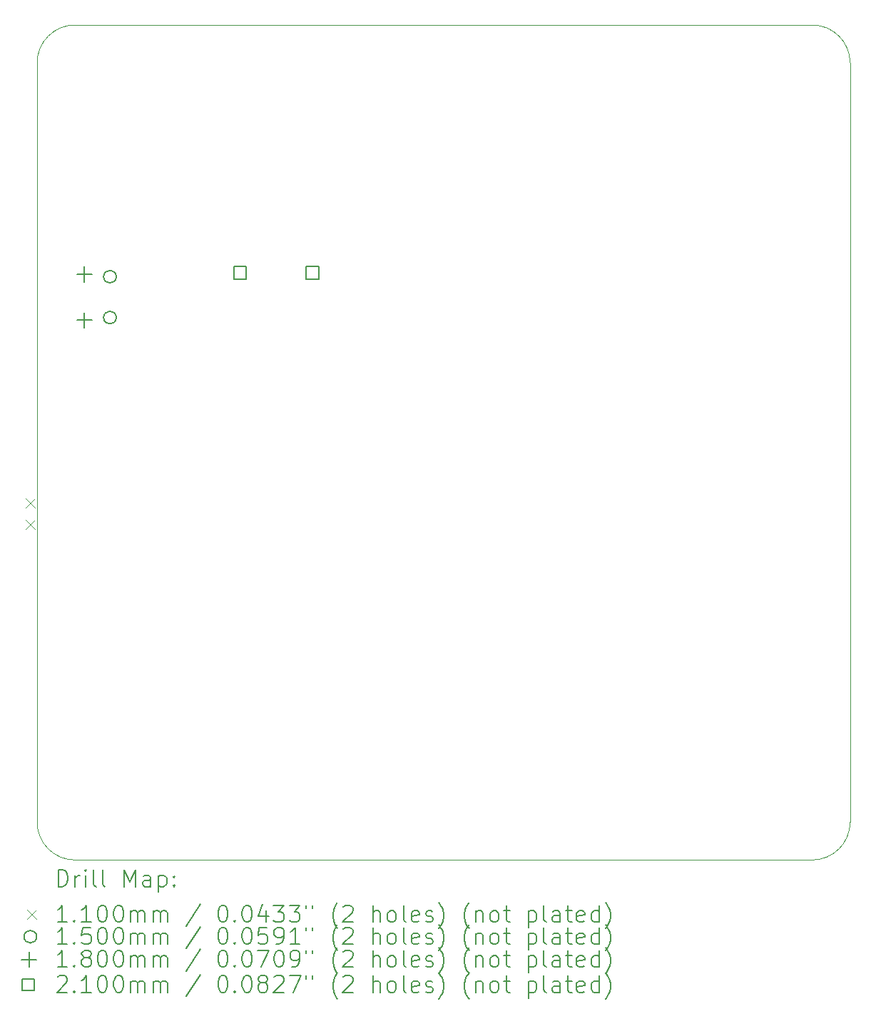
<source format=gbr>
%TF.GenerationSoftware,KiCad,Pcbnew,(6.0.9)*%
%TF.CreationDate,2022-12-28T04:29:12+03:00*%
%TF.ProjectId,v3,76332e6b-6963-4616-945f-706362585858,rev?*%
%TF.SameCoordinates,Original*%
%TF.FileFunction,Drillmap*%
%TF.FilePolarity,Positive*%
%FSLAX45Y45*%
G04 Gerber Fmt 4.5, Leading zero omitted, Abs format (unit mm)*
G04 Created by KiCad (PCBNEW (6.0.9)) date 2022-12-28 04:29:12*
%MOMM*%
%LPD*%
G01*
G04 APERTURE LIST*
%ADD10C,0.100000*%
%ADD11C,0.200000*%
%ADD12C,0.110000*%
%ADD13C,0.150000*%
%ADD14C,0.180000*%
%ADD15C,0.210000*%
G04 APERTURE END LIST*
D10*
X12250000Y-14650000D02*
X21000000Y-14650000D01*
X11800000Y-5200000D02*
X11800000Y-14200000D01*
X21450000Y-5200000D02*
G75*
G03*
X21000000Y-4750000I-450000J0D01*
G01*
X21450000Y-14200000D02*
X21450000Y-5200000D01*
X21000000Y-14650000D02*
G75*
G03*
X21450000Y-14200000I0J450000D01*
G01*
X12250000Y-4750000D02*
G75*
G03*
X11800000Y-5200000I0J-450000D01*
G01*
X12250000Y-4750000D02*
X21000000Y-4750000D01*
X11800000Y-14200000D02*
G75*
G03*
X12250000Y-14650000I450000J0D01*
G01*
D11*
D12*
X11666000Y-10363000D02*
X11776000Y-10473000D01*
X11776000Y-10363000D02*
X11666000Y-10473000D01*
X11666000Y-10617000D02*
X11776000Y-10727000D01*
X11776000Y-10617000D02*
X11666000Y-10727000D01*
D13*
X12739500Y-7734000D02*
G75*
G03*
X12739500Y-7734000I-75000J0D01*
G01*
X12739500Y-8219000D02*
G75*
G03*
X12739500Y-8219000I-75000J0D01*
G01*
D14*
X12361500Y-7614000D02*
X12361500Y-7794000D01*
X12271500Y-7704000D02*
X12451500Y-7704000D01*
X12361500Y-8159000D02*
X12361500Y-8339000D01*
X12271500Y-8249000D02*
X12451500Y-8249000D01*
D15*
X14284247Y-7764247D02*
X14284247Y-7615753D01*
X14135753Y-7615753D01*
X14135753Y-7764247D01*
X14284247Y-7764247D01*
X15144247Y-7764247D02*
X15144247Y-7615753D01*
X14995753Y-7615753D01*
X14995753Y-7764247D01*
X15144247Y-7764247D01*
D11*
X12052619Y-14965476D02*
X12052619Y-14765476D01*
X12100238Y-14765476D01*
X12128809Y-14775000D01*
X12147857Y-14794048D01*
X12157381Y-14813095D01*
X12166905Y-14851190D01*
X12166905Y-14879762D01*
X12157381Y-14917857D01*
X12147857Y-14936905D01*
X12128809Y-14955952D01*
X12100238Y-14965476D01*
X12052619Y-14965476D01*
X12252619Y-14965476D02*
X12252619Y-14832143D01*
X12252619Y-14870238D02*
X12262143Y-14851190D01*
X12271667Y-14841667D01*
X12290714Y-14832143D01*
X12309762Y-14832143D01*
X12376428Y-14965476D02*
X12376428Y-14832143D01*
X12376428Y-14765476D02*
X12366905Y-14775000D01*
X12376428Y-14784524D01*
X12385952Y-14775000D01*
X12376428Y-14765476D01*
X12376428Y-14784524D01*
X12500238Y-14965476D02*
X12481190Y-14955952D01*
X12471667Y-14936905D01*
X12471667Y-14765476D01*
X12605000Y-14965476D02*
X12585952Y-14955952D01*
X12576428Y-14936905D01*
X12576428Y-14765476D01*
X12833571Y-14965476D02*
X12833571Y-14765476D01*
X12900238Y-14908333D01*
X12966905Y-14765476D01*
X12966905Y-14965476D01*
X13147857Y-14965476D02*
X13147857Y-14860714D01*
X13138333Y-14841667D01*
X13119286Y-14832143D01*
X13081190Y-14832143D01*
X13062143Y-14841667D01*
X13147857Y-14955952D02*
X13128809Y-14965476D01*
X13081190Y-14965476D01*
X13062143Y-14955952D01*
X13052619Y-14936905D01*
X13052619Y-14917857D01*
X13062143Y-14898809D01*
X13081190Y-14889286D01*
X13128809Y-14889286D01*
X13147857Y-14879762D01*
X13243095Y-14832143D02*
X13243095Y-15032143D01*
X13243095Y-14841667D02*
X13262143Y-14832143D01*
X13300238Y-14832143D01*
X13319286Y-14841667D01*
X13328809Y-14851190D01*
X13338333Y-14870238D01*
X13338333Y-14927381D01*
X13328809Y-14946428D01*
X13319286Y-14955952D01*
X13300238Y-14965476D01*
X13262143Y-14965476D01*
X13243095Y-14955952D01*
X13424048Y-14946428D02*
X13433571Y-14955952D01*
X13424048Y-14965476D01*
X13414524Y-14955952D01*
X13424048Y-14946428D01*
X13424048Y-14965476D01*
X13424048Y-14841667D02*
X13433571Y-14851190D01*
X13424048Y-14860714D01*
X13414524Y-14851190D01*
X13424048Y-14841667D01*
X13424048Y-14860714D01*
D12*
X11685000Y-15240000D02*
X11795000Y-15350000D01*
X11795000Y-15240000D02*
X11685000Y-15350000D01*
D11*
X12157381Y-15385476D02*
X12043095Y-15385476D01*
X12100238Y-15385476D02*
X12100238Y-15185476D01*
X12081190Y-15214048D01*
X12062143Y-15233095D01*
X12043095Y-15242619D01*
X12243095Y-15366428D02*
X12252619Y-15375952D01*
X12243095Y-15385476D01*
X12233571Y-15375952D01*
X12243095Y-15366428D01*
X12243095Y-15385476D01*
X12443095Y-15385476D02*
X12328809Y-15385476D01*
X12385952Y-15385476D02*
X12385952Y-15185476D01*
X12366905Y-15214048D01*
X12347857Y-15233095D01*
X12328809Y-15242619D01*
X12566905Y-15185476D02*
X12585952Y-15185476D01*
X12605000Y-15195000D01*
X12614524Y-15204524D01*
X12624048Y-15223571D01*
X12633571Y-15261667D01*
X12633571Y-15309286D01*
X12624048Y-15347381D01*
X12614524Y-15366428D01*
X12605000Y-15375952D01*
X12585952Y-15385476D01*
X12566905Y-15385476D01*
X12547857Y-15375952D01*
X12538333Y-15366428D01*
X12528809Y-15347381D01*
X12519286Y-15309286D01*
X12519286Y-15261667D01*
X12528809Y-15223571D01*
X12538333Y-15204524D01*
X12547857Y-15195000D01*
X12566905Y-15185476D01*
X12757381Y-15185476D02*
X12776428Y-15185476D01*
X12795476Y-15195000D01*
X12805000Y-15204524D01*
X12814524Y-15223571D01*
X12824048Y-15261667D01*
X12824048Y-15309286D01*
X12814524Y-15347381D01*
X12805000Y-15366428D01*
X12795476Y-15375952D01*
X12776428Y-15385476D01*
X12757381Y-15385476D01*
X12738333Y-15375952D01*
X12728809Y-15366428D01*
X12719286Y-15347381D01*
X12709762Y-15309286D01*
X12709762Y-15261667D01*
X12719286Y-15223571D01*
X12728809Y-15204524D01*
X12738333Y-15195000D01*
X12757381Y-15185476D01*
X12909762Y-15385476D02*
X12909762Y-15252143D01*
X12909762Y-15271190D02*
X12919286Y-15261667D01*
X12938333Y-15252143D01*
X12966905Y-15252143D01*
X12985952Y-15261667D01*
X12995476Y-15280714D01*
X12995476Y-15385476D01*
X12995476Y-15280714D02*
X13005000Y-15261667D01*
X13024048Y-15252143D01*
X13052619Y-15252143D01*
X13071667Y-15261667D01*
X13081190Y-15280714D01*
X13081190Y-15385476D01*
X13176428Y-15385476D02*
X13176428Y-15252143D01*
X13176428Y-15271190D02*
X13185952Y-15261667D01*
X13205000Y-15252143D01*
X13233571Y-15252143D01*
X13252619Y-15261667D01*
X13262143Y-15280714D01*
X13262143Y-15385476D01*
X13262143Y-15280714D02*
X13271667Y-15261667D01*
X13290714Y-15252143D01*
X13319286Y-15252143D01*
X13338333Y-15261667D01*
X13347857Y-15280714D01*
X13347857Y-15385476D01*
X13738333Y-15175952D02*
X13566905Y-15433095D01*
X13995476Y-15185476D02*
X14014524Y-15185476D01*
X14033571Y-15195000D01*
X14043095Y-15204524D01*
X14052619Y-15223571D01*
X14062143Y-15261667D01*
X14062143Y-15309286D01*
X14052619Y-15347381D01*
X14043095Y-15366428D01*
X14033571Y-15375952D01*
X14014524Y-15385476D01*
X13995476Y-15385476D01*
X13976428Y-15375952D01*
X13966905Y-15366428D01*
X13957381Y-15347381D01*
X13947857Y-15309286D01*
X13947857Y-15261667D01*
X13957381Y-15223571D01*
X13966905Y-15204524D01*
X13976428Y-15195000D01*
X13995476Y-15185476D01*
X14147857Y-15366428D02*
X14157381Y-15375952D01*
X14147857Y-15385476D01*
X14138333Y-15375952D01*
X14147857Y-15366428D01*
X14147857Y-15385476D01*
X14281190Y-15185476D02*
X14300238Y-15185476D01*
X14319286Y-15195000D01*
X14328809Y-15204524D01*
X14338333Y-15223571D01*
X14347857Y-15261667D01*
X14347857Y-15309286D01*
X14338333Y-15347381D01*
X14328809Y-15366428D01*
X14319286Y-15375952D01*
X14300238Y-15385476D01*
X14281190Y-15385476D01*
X14262143Y-15375952D01*
X14252619Y-15366428D01*
X14243095Y-15347381D01*
X14233571Y-15309286D01*
X14233571Y-15261667D01*
X14243095Y-15223571D01*
X14252619Y-15204524D01*
X14262143Y-15195000D01*
X14281190Y-15185476D01*
X14519286Y-15252143D02*
X14519286Y-15385476D01*
X14471667Y-15175952D02*
X14424048Y-15318809D01*
X14547857Y-15318809D01*
X14605000Y-15185476D02*
X14728809Y-15185476D01*
X14662143Y-15261667D01*
X14690714Y-15261667D01*
X14709762Y-15271190D01*
X14719286Y-15280714D01*
X14728809Y-15299762D01*
X14728809Y-15347381D01*
X14719286Y-15366428D01*
X14709762Y-15375952D01*
X14690714Y-15385476D01*
X14633571Y-15385476D01*
X14614524Y-15375952D01*
X14605000Y-15366428D01*
X14795476Y-15185476D02*
X14919286Y-15185476D01*
X14852619Y-15261667D01*
X14881190Y-15261667D01*
X14900238Y-15271190D01*
X14909762Y-15280714D01*
X14919286Y-15299762D01*
X14919286Y-15347381D01*
X14909762Y-15366428D01*
X14900238Y-15375952D01*
X14881190Y-15385476D01*
X14824048Y-15385476D01*
X14805000Y-15375952D01*
X14795476Y-15366428D01*
X14995476Y-15185476D02*
X14995476Y-15223571D01*
X15071667Y-15185476D02*
X15071667Y-15223571D01*
X15366905Y-15461667D02*
X15357381Y-15452143D01*
X15338333Y-15423571D01*
X15328809Y-15404524D01*
X15319286Y-15375952D01*
X15309762Y-15328333D01*
X15309762Y-15290238D01*
X15319286Y-15242619D01*
X15328809Y-15214048D01*
X15338333Y-15195000D01*
X15357381Y-15166428D01*
X15366905Y-15156905D01*
X15433571Y-15204524D02*
X15443095Y-15195000D01*
X15462143Y-15185476D01*
X15509762Y-15185476D01*
X15528809Y-15195000D01*
X15538333Y-15204524D01*
X15547857Y-15223571D01*
X15547857Y-15242619D01*
X15538333Y-15271190D01*
X15424048Y-15385476D01*
X15547857Y-15385476D01*
X15785952Y-15385476D02*
X15785952Y-15185476D01*
X15871667Y-15385476D02*
X15871667Y-15280714D01*
X15862143Y-15261667D01*
X15843095Y-15252143D01*
X15814524Y-15252143D01*
X15795476Y-15261667D01*
X15785952Y-15271190D01*
X15995476Y-15385476D02*
X15976428Y-15375952D01*
X15966905Y-15366428D01*
X15957381Y-15347381D01*
X15957381Y-15290238D01*
X15966905Y-15271190D01*
X15976428Y-15261667D01*
X15995476Y-15252143D01*
X16024048Y-15252143D01*
X16043095Y-15261667D01*
X16052619Y-15271190D01*
X16062143Y-15290238D01*
X16062143Y-15347381D01*
X16052619Y-15366428D01*
X16043095Y-15375952D01*
X16024048Y-15385476D01*
X15995476Y-15385476D01*
X16176428Y-15385476D02*
X16157381Y-15375952D01*
X16147857Y-15356905D01*
X16147857Y-15185476D01*
X16328809Y-15375952D02*
X16309762Y-15385476D01*
X16271667Y-15385476D01*
X16252619Y-15375952D01*
X16243095Y-15356905D01*
X16243095Y-15280714D01*
X16252619Y-15261667D01*
X16271667Y-15252143D01*
X16309762Y-15252143D01*
X16328809Y-15261667D01*
X16338333Y-15280714D01*
X16338333Y-15299762D01*
X16243095Y-15318809D01*
X16414524Y-15375952D02*
X16433571Y-15385476D01*
X16471667Y-15385476D01*
X16490714Y-15375952D01*
X16500238Y-15356905D01*
X16500238Y-15347381D01*
X16490714Y-15328333D01*
X16471667Y-15318809D01*
X16443095Y-15318809D01*
X16424048Y-15309286D01*
X16414524Y-15290238D01*
X16414524Y-15280714D01*
X16424048Y-15261667D01*
X16443095Y-15252143D01*
X16471667Y-15252143D01*
X16490714Y-15261667D01*
X16566905Y-15461667D02*
X16576428Y-15452143D01*
X16595476Y-15423571D01*
X16605000Y-15404524D01*
X16614524Y-15375952D01*
X16624048Y-15328333D01*
X16624048Y-15290238D01*
X16614524Y-15242619D01*
X16605000Y-15214048D01*
X16595476Y-15195000D01*
X16576428Y-15166428D01*
X16566905Y-15156905D01*
X16928810Y-15461667D02*
X16919286Y-15452143D01*
X16900238Y-15423571D01*
X16890714Y-15404524D01*
X16881190Y-15375952D01*
X16871667Y-15328333D01*
X16871667Y-15290238D01*
X16881190Y-15242619D01*
X16890714Y-15214048D01*
X16900238Y-15195000D01*
X16919286Y-15166428D01*
X16928810Y-15156905D01*
X17005000Y-15252143D02*
X17005000Y-15385476D01*
X17005000Y-15271190D02*
X17014524Y-15261667D01*
X17033571Y-15252143D01*
X17062143Y-15252143D01*
X17081190Y-15261667D01*
X17090714Y-15280714D01*
X17090714Y-15385476D01*
X17214524Y-15385476D02*
X17195476Y-15375952D01*
X17185952Y-15366428D01*
X17176429Y-15347381D01*
X17176429Y-15290238D01*
X17185952Y-15271190D01*
X17195476Y-15261667D01*
X17214524Y-15252143D01*
X17243095Y-15252143D01*
X17262143Y-15261667D01*
X17271667Y-15271190D01*
X17281190Y-15290238D01*
X17281190Y-15347381D01*
X17271667Y-15366428D01*
X17262143Y-15375952D01*
X17243095Y-15385476D01*
X17214524Y-15385476D01*
X17338333Y-15252143D02*
X17414524Y-15252143D01*
X17366905Y-15185476D02*
X17366905Y-15356905D01*
X17376429Y-15375952D01*
X17395476Y-15385476D01*
X17414524Y-15385476D01*
X17633571Y-15252143D02*
X17633571Y-15452143D01*
X17633571Y-15261667D02*
X17652619Y-15252143D01*
X17690714Y-15252143D01*
X17709762Y-15261667D01*
X17719286Y-15271190D01*
X17728810Y-15290238D01*
X17728810Y-15347381D01*
X17719286Y-15366428D01*
X17709762Y-15375952D01*
X17690714Y-15385476D01*
X17652619Y-15385476D01*
X17633571Y-15375952D01*
X17843095Y-15385476D02*
X17824048Y-15375952D01*
X17814524Y-15356905D01*
X17814524Y-15185476D01*
X18005000Y-15385476D02*
X18005000Y-15280714D01*
X17995476Y-15261667D01*
X17976429Y-15252143D01*
X17938333Y-15252143D01*
X17919286Y-15261667D01*
X18005000Y-15375952D02*
X17985952Y-15385476D01*
X17938333Y-15385476D01*
X17919286Y-15375952D01*
X17909762Y-15356905D01*
X17909762Y-15337857D01*
X17919286Y-15318809D01*
X17938333Y-15309286D01*
X17985952Y-15309286D01*
X18005000Y-15299762D01*
X18071667Y-15252143D02*
X18147857Y-15252143D01*
X18100238Y-15185476D02*
X18100238Y-15356905D01*
X18109762Y-15375952D01*
X18128810Y-15385476D01*
X18147857Y-15385476D01*
X18290714Y-15375952D02*
X18271667Y-15385476D01*
X18233571Y-15385476D01*
X18214524Y-15375952D01*
X18205000Y-15356905D01*
X18205000Y-15280714D01*
X18214524Y-15261667D01*
X18233571Y-15252143D01*
X18271667Y-15252143D01*
X18290714Y-15261667D01*
X18300238Y-15280714D01*
X18300238Y-15299762D01*
X18205000Y-15318809D01*
X18471667Y-15385476D02*
X18471667Y-15185476D01*
X18471667Y-15375952D02*
X18452619Y-15385476D01*
X18414524Y-15385476D01*
X18395476Y-15375952D01*
X18385952Y-15366428D01*
X18376429Y-15347381D01*
X18376429Y-15290238D01*
X18385952Y-15271190D01*
X18395476Y-15261667D01*
X18414524Y-15252143D01*
X18452619Y-15252143D01*
X18471667Y-15261667D01*
X18547857Y-15461667D02*
X18557381Y-15452143D01*
X18576429Y-15423571D01*
X18585952Y-15404524D01*
X18595476Y-15375952D01*
X18605000Y-15328333D01*
X18605000Y-15290238D01*
X18595476Y-15242619D01*
X18585952Y-15214048D01*
X18576429Y-15195000D01*
X18557381Y-15166428D01*
X18547857Y-15156905D01*
D13*
X11795000Y-15559000D02*
G75*
G03*
X11795000Y-15559000I-75000J0D01*
G01*
D11*
X12157381Y-15649476D02*
X12043095Y-15649476D01*
X12100238Y-15649476D02*
X12100238Y-15449476D01*
X12081190Y-15478048D01*
X12062143Y-15497095D01*
X12043095Y-15506619D01*
X12243095Y-15630428D02*
X12252619Y-15639952D01*
X12243095Y-15649476D01*
X12233571Y-15639952D01*
X12243095Y-15630428D01*
X12243095Y-15649476D01*
X12433571Y-15449476D02*
X12338333Y-15449476D01*
X12328809Y-15544714D01*
X12338333Y-15535190D01*
X12357381Y-15525667D01*
X12405000Y-15525667D01*
X12424048Y-15535190D01*
X12433571Y-15544714D01*
X12443095Y-15563762D01*
X12443095Y-15611381D01*
X12433571Y-15630428D01*
X12424048Y-15639952D01*
X12405000Y-15649476D01*
X12357381Y-15649476D01*
X12338333Y-15639952D01*
X12328809Y-15630428D01*
X12566905Y-15449476D02*
X12585952Y-15449476D01*
X12605000Y-15459000D01*
X12614524Y-15468524D01*
X12624048Y-15487571D01*
X12633571Y-15525667D01*
X12633571Y-15573286D01*
X12624048Y-15611381D01*
X12614524Y-15630428D01*
X12605000Y-15639952D01*
X12585952Y-15649476D01*
X12566905Y-15649476D01*
X12547857Y-15639952D01*
X12538333Y-15630428D01*
X12528809Y-15611381D01*
X12519286Y-15573286D01*
X12519286Y-15525667D01*
X12528809Y-15487571D01*
X12538333Y-15468524D01*
X12547857Y-15459000D01*
X12566905Y-15449476D01*
X12757381Y-15449476D02*
X12776428Y-15449476D01*
X12795476Y-15459000D01*
X12805000Y-15468524D01*
X12814524Y-15487571D01*
X12824048Y-15525667D01*
X12824048Y-15573286D01*
X12814524Y-15611381D01*
X12805000Y-15630428D01*
X12795476Y-15639952D01*
X12776428Y-15649476D01*
X12757381Y-15649476D01*
X12738333Y-15639952D01*
X12728809Y-15630428D01*
X12719286Y-15611381D01*
X12709762Y-15573286D01*
X12709762Y-15525667D01*
X12719286Y-15487571D01*
X12728809Y-15468524D01*
X12738333Y-15459000D01*
X12757381Y-15449476D01*
X12909762Y-15649476D02*
X12909762Y-15516143D01*
X12909762Y-15535190D02*
X12919286Y-15525667D01*
X12938333Y-15516143D01*
X12966905Y-15516143D01*
X12985952Y-15525667D01*
X12995476Y-15544714D01*
X12995476Y-15649476D01*
X12995476Y-15544714D02*
X13005000Y-15525667D01*
X13024048Y-15516143D01*
X13052619Y-15516143D01*
X13071667Y-15525667D01*
X13081190Y-15544714D01*
X13081190Y-15649476D01*
X13176428Y-15649476D02*
X13176428Y-15516143D01*
X13176428Y-15535190D02*
X13185952Y-15525667D01*
X13205000Y-15516143D01*
X13233571Y-15516143D01*
X13252619Y-15525667D01*
X13262143Y-15544714D01*
X13262143Y-15649476D01*
X13262143Y-15544714D02*
X13271667Y-15525667D01*
X13290714Y-15516143D01*
X13319286Y-15516143D01*
X13338333Y-15525667D01*
X13347857Y-15544714D01*
X13347857Y-15649476D01*
X13738333Y-15439952D02*
X13566905Y-15697095D01*
X13995476Y-15449476D02*
X14014524Y-15449476D01*
X14033571Y-15459000D01*
X14043095Y-15468524D01*
X14052619Y-15487571D01*
X14062143Y-15525667D01*
X14062143Y-15573286D01*
X14052619Y-15611381D01*
X14043095Y-15630428D01*
X14033571Y-15639952D01*
X14014524Y-15649476D01*
X13995476Y-15649476D01*
X13976428Y-15639952D01*
X13966905Y-15630428D01*
X13957381Y-15611381D01*
X13947857Y-15573286D01*
X13947857Y-15525667D01*
X13957381Y-15487571D01*
X13966905Y-15468524D01*
X13976428Y-15459000D01*
X13995476Y-15449476D01*
X14147857Y-15630428D02*
X14157381Y-15639952D01*
X14147857Y-15649476D01*
X14138333Y-15639952D01*
X14147857Y-15630428D01*
X14147857Y-15649476D01*
X14281190Y-15449476D02*
X14300238Y-15449476D01*
X14319286Y-15459000D01*
X14328809Y-15468524D01*
X14338333Y-15487571D01*
X14347857Y-15525667D01*
X14347857Y-15573286D01*
X14338333Y-15611381D01*
X14328809Y-15630428D01*
X14319286Y-15639952D01*
X14300238Y-15649476D01*
X14281190Y-15649476D01*
X14262143Y-15639952D01*
X14252619Y-15630428D01*
X14243095Y-15611381D01*
X14233571Y-15573286D01*
X14233571Y-15525667D01*
X14243095Y-15487571D01*
X14252619Y-15468524D01*
X14262143Y-15459000D01*
X14281190Y-15449476D01*
X14528809Y-15449476D02*
X14433571Y-15449476D01*
X14424048Y-15544714D01*
X14433571Y-15535190D01*
X14452619Y-15525667D01*
X14500238Y-15525667D01*
X14519286Y-15535190D01*
X14528809Y-15544714D01*
X14538333Y-15563762D01*
X14538333Y-15611381D01*
X14528809Y-15630428D01*
X14519286Y-15639952D01*
X14500238Y-15649476D01*
X14452619Y-15649476D01*
X14433571Y-15639952D01*
X14424048Y-15630428D01*
X14633571Y-15649476D02*
X14671667Y-15649476D01*
X14690714Y-15639952D01*
X14700238Y-15630428D01*
X14719286Y-15601857D01*
X14728809Y-15563762D01*
X14728809Y-15487571D01*
X14719286Y-15468524D01*
X14709762Y-15459000D01*
X14690714Y-15449476D01*
X14652619Y-15449476D01*
X14633571Y-15459000D01*
X14624048Y-15468524D01*
X14614524Y-15487571D01*
X14614524Y-15535190D01*
X14624048Y-15554238D01*
X14633571Y-15563762D01*
X14652619Y-15573286D01*
X14690714Y-15573286D01*
X14709762Y-15563762D01*
X14719286Y-15554238D01*
X14728809Y-15535190D01*
X14919286Y-15649476D02*
X14805000Y-15649476D01*
X14862143Y-15649476D02*
X14862143Y-15449476D01*
X14843095Y-15478048D01*
X14824048Y-15497095D01*
X14805000Y-15506619D01*
X14995476Y-15449476D02*
X14995476Y-15487571D01*
X15071667Y-15449476D02*
X15071667Y-15487571D01*
X15366905Y-15725667D02*
X15357381Y-15716143D01*
X15338333Y-15687571D01*
X15328809Y-15668524D01*
X15319286Y-15639952D01*
X15309762Y-15592333D01*
X15309762Y-15554238D01*
X15319286Y-15506619D01*
X15328809Y-15478048D01*
X15338333Y-15459000D01*
X15357381Y-15430428D01*
X15366905Y-15420905D01*
X15433571Y-15468524D02*
X15443095Y-15459000D01*
X15462143Y-15449476D01*
X15509762Y-15449476D01*
X15528809Y-15459000D01*
X15538333Y-15468524D01*
X15547857Y-15487571D01*
X15547857Y-15506619D01*
X15538333Y-15535190D01*
X15424048Y-15649476D01*
X15547857Y-15649476D01*
X15785952Y-15649476D02*
X15785952Y-15449476D01*
X15871667Y-15649476D02*
X15871667Y-15544714D01*
X15862143Y-15525667D01*
X15843095Y-15516143D01*
X15814524Y-15516143D01*
X15795476Y-15525667D01*
X15785952Y-15535190D01*
X15995476Y-15649476D02*
X15976428Y-15639952D01*
X15966905Y-15630428D01*
X15957381Y-15611381D01*
X15957381Y-15554238D01*
X15966905Y-15535190D01*
X15976428Y-15525667D01*
X15995476Y-15516143D01*
X16024048Y-15516143D01*
X16043095Y-15525667D01*
X16052619Y-15535190D01*
X16062143Y-15554238D01*
X16062143Y-15611381D01*
X16052619Y-15630428D01*
X16043095Y-15639952D01*
X16024048Y-15649476D01*
X15995476Y-15649476D01*
X16176428Y-15649476D02*
X16157381Y-15639952D01*
X16147857Y-15620905D01*
X16147857Y-15449476D01*
X16328809Y-15639952D02*
X16309762Y-15649476D01*
X16271667Y-15649476D01*
X16252619Y-15639952D01*
X16243095Y-15620905D01*
X16243095Y-15544714D01*
X16252619Y-15525667D01*
X16271667Y-15516143D01*
X16309762Y-15516143D01*
X16328809Y-15525667D01*
X16338333Y-15544714D01*
X16338333Y-15563762D01*
X16243095Y-15582809D01*
X16414524Y-15639952D02*
X16433571Y-15649476D01*
X16471667Y-15649476D01*
X16490714Y-15639952D01*
X16500238Y-15620905D01*
X16500238Y-15611381D01*
X16490714Y-15592333D01*
X16471667Y-15582809D01*
X16443095Y-15582809D01*
X16424048Y-15573286D01*
X16414524Y-15554238D01*
X16414524Y-15544714D01*
X16424048Y-15525667D01*
X16443095Y-15516143D01*
X16471667Y-15516143D01*
X16490714Y-15525667D01*
X16566905Y-15725667D02*
X16576428Y-15716143D01*
X16595476Y-15687571D01*
X16605000Y-15668524D01*
X16614524Y-15639952D01*
X16624048Y-15592333D01*
X16624048Y-15554238D01*
X16614524Y-15506619D01*
X16605000Y-15478048D01*
X16595476Y-15459000D01*
X16576428Y-15430428D01*
X16566905Y-15420905D01*
X16928810Y-15725667D02*
X16919286Y-15716143D01*
X16900238Y-15687571D01*
X16890714Y-15668524D01*
X16881190Y-15639952D01*
X16871667Y-15592333D01*
X16871667Y-15554238D01*
X16881190Y-15506619D01*
X16890714Y-15478048D01*
X16900238Y-15459000D01*
X16919286Y-15430428D01*
X16928810Y-15420905D01*
X17005000Y-15516143D02*
X17005000Y-15649476D01*
X17005000Y-15535190D02*
X17014524Y-15525667D01*
X17033571Y-15516143D01*
X17062143Y-15516143D01*
X17081190Y-15525667D01*
X17090714Y-15544714D01*
X17090714Y-15649476D01*
X17214524Y-15649476D02*
X17195476Y-15639952D01*
X17185952Y-15630428D01*
X17176429Y-15611381D01*
X17176429Y-15554238D01*
X17185952Y-15535190D01*
X17195476Y-15525667D01*
X17214524Y-15516143D01*
X17243095Y-15516143D01*
X17262143Y-15525667D01*
X17271667Y-15535190D01*
X17281190Y-15554238D01*
X17281190Y-15611381D01*
X17271667Y-15630428D01*
X17262143Y-15639952D01*
X17243095Y-15649476D01*
X17214524Y-15649476D01*
X17338333Y-15516143D02*
X17414524Y-15516143D01*
X17366905Y-15449476D02*
X17366905Y-15620905D01*
X17376429Y-15639952D01*
X17395476Y-15649476D01*
X17414524Y-15649476D01*
X17633571Y-15516143D02*
X17633571Y-15716143D01*
X17633571Y-15525667D02*
X17652619Y-15516143D01*
X17690714Y-15516143D01*
X17709762Y-15525667D01*
X17719286Y-15535190D01*
X17728810Y-15554238D01*
X17728810Y-15611381D01*
X17719286Y-15630428D01*
X17709762Y-15639952D01*
X17690714Y-15649476D01*
X17652619Y-15649476D01*
X17633571Y-15639952D01*
X17843095Y-15649476D02*
X17824048Y-15639952D01*
X17814524Y-15620905D01*
X17814524Y-15449476D01*
X18005000Y-15649476D02*
X18005000Y-15544714D01*
X17995476Y-15525667D01*
X17976429Y-15516143D01*
X17938333Y-15516143D01*
X17919286Y-15525667D01*
X18005000Y-15639952D02*
X17985952Y-15649476D01*
X17938333Y-15649476D01*
X17919286Y-15639952D01*
X17909762Y-15620905D01*
X17909762Y-15601857D01*
X17919286Y-15582809D01*
X17938333Y-15573286D01*
X17985952Y-15573286D01*
X18005000Y-15563762D01*
X18071667Y-15516143D02*
X18147857Y-15516143D01*
X18100238Y-15449476D02*
X18100238Y-15620905D01*
X18109762Y-15639952D01*
X18128810Y-15649476D01*
X18147857Y-15649476D01*
X18290714Y-15639952D02*
X18271667Y-15649476D01*
X18233571Y-15649476D01*
X18214524Y-15639952D01*
X18205000Y-15620905D01*
X18205000Y-15544714D01*
X18214524Y-15525667D01*
X18233571Y-15516143D01*
X18271667Y-15516143D01*
X18290714Y-15525667D01*
X18300238Y-15544714D01*
X18300238Y-15563762D01*
X18205000Y-15582809D01*
X18471667Y-15649476D02*
X18471667Y-15449476D01*
X18471667Y-15639952D02*
X18452619Y-15649476D01*
X18414524Y-15649476D01*
X18395476Y-15639952D01*
X18385952Y-15630428D01*
X18376429Y-15611381D01*
X18376429Y-15554238D01*
X18385952Y-15535190D01*
X18395476Y-15525667D01*
X18414524Y-15516143D01*
X18452619Y-15516143D01*
X18471667Y-15525667D01*
X18547857Y-15725667D02*
X18557381Y-15716143D01*
X18576429Y-15687571D01*
X18585952Y-15668524D01*
X18595476Y-15639952D01*
X18605000Y-15592333D01*
X18605000Y-15554238D01*
X18595476Y-15506619D01*
X18585952Y-15478048D01*
X18576429Y-15459000D01*
X18557381Y-15430428D01*
X18547857Y-15420905D01*
D14*
X11705000Y-15739000D02*
X11705000Y-15919000D01*
X11615000Y-15829000D02*
X11795000Y-15829000D01*
D11*
X12157381Y-15919476D02*
X12043095Y-15919476D01*
X12100238Y-15919476D02*
X12100238Y-15719476D01*
X12081190Y-15748048D01*
X12062143Y-15767095D01*
X12043095Y-15776619D01*
X12243095Y-15900428D02*
X12252619Y-15909952D01*
X12243095Y-15919476D01*
X12233571Y-15909952D01*
X12243095Y-15900428D01*
X12243095Y-15919476D01*
X12366905Y-15805190D02*
X12347857Y-15795667D01*
X12338333Y-15786143D01*
X12328809Y-15767095D01*
X12328809Y-15757571D01*
X12338333Y-15738524D01*
X12347857Y-15729000D01*
X12366905Y-15719476D01*
X12405000Y-15719476D01*
X12424048Y-15729000D01*
X12433571Y-15738524D01*
X12443095Y-15757571D01*
X12443095Y-15767095D01*
X12433571Y-15786143D01*
X12424048Y-15795667D01*
X12405000Y-15805190D01*
X12366905Y-15805190D01*
X12347857Y-15814714D01*
X12338333Y-15824238D01*
X12328809Y-15843286D01*
X12328809Y-15881381D01*
X12338333Y-15900428D01*
X12347857Y-15909952D01*
X12366905Y-15919476D01*
X12405000Y-15919476D01*
X12424048Y-15909952D01*
X12433571Y-15900428D01*
X12443095Y-15881381D01*
X12443095Y-15843286D01*
X12433571Y-15824238D01*
X12424048Y-15814714D01*
X12405000Y-15805190D01*
X12566905Y-15719476D02*
X12585952Y-15719476D01*
X12605000Y-15729000D01*
X12614524Y-15738524D01*
X12624048Y-15757571D01*
X12633571Y-15795667D01*
X12633571Y-15843286D01*
X12624048Y-15881381D01*
X12614524Y-15900428D01*
X12605000Y-15909952D01*
X12585952Y-15919476D01*
X12566905Y-15919476D01*
X12547857Y-15909952D01*
X12538333Y-15900428D01*
X12528809Y-15881381D01*
X12519286Y-15843286D01*
X12519286Y-15795667D01*
X12528809Y-15757571D01*
X12538333Y-15738524D01*
X12547857Y-15729000D01*
X12566905Y-15719476D01*
X12757381Y-15719476D02*
X12776428Y-15719476D01*
X12795476Y-15729000D01*
X12805000Y-15738524D01*
X12814524Y-15757571D01*
X12824048Y-15795667D01*
X12824048Y-15843286D01*
X12814524Y-15881381D01*
X12805000Y-15900428D01*
X12795476Y-15909952D01*
X12776428Y-15919476D01*
X12757381Y-15919476D01*
X12738333Y-15909952D01*
X12728809Y-15900428D01*
X12719286Y-15881381D01*
X12709762Y-15843286D01*
X12709762Y-15795667D01*
X12719286Y-15757571D01*
X12728809Y-15738524D01*
X12738333Y-15729000D01*
X12757381Y-15719476D01*
X12909762Y-15919476D02*
X12909762Y-15786143D01*
X12909762Y-15805190D02*
X12919286Y-15795667D01*
X12938333Y-15786143D01*
X12966905Y-15786143D01*
X12985952Y-15795667D01*
X12995476Y-15814714D01*
X12995476Y-15919476D01*
X12995476Y-15814714D02*
X13005000Y-15795667D01*
X13024048Y-15786143D01*
X13052619Y-15786143D01*
X13071667Y-15795667D01*
X13081190Y-15814714D01*
X13081190Y-15919476D01*
X13176428Y-15919476D02*
X13176428Y-15786143D01*
X13176428Y-15805190D02*
X13185952Y-15795667D01*
X13205000Y-15786143D01*
X13233571Y-15786143D01*
X13252619Y-15795667D01*
X13262143Y-15814714D01*
X13262143Y-15919476D01*
X13262143Y-15814714D02*
X13271667Y-15795667D01*
X13290714Y-15786143D01*
X13319286Y-15786143D01*
X13338333Y-15795667D01*
X13347857Y-15814714D01*
X13347857Y-15919476D01*
X13738333Y-15709952D02*
X13566905Y-15967095D01*
X13995476Y-15719476D02*
X14014524Y-15719476D01*
X14033571Y-15729000D01*
X14043095Y-15738524D01*
X14052619Y-15757571D01*
X14062143Y-15795667D01*
X14062143Y-15843286D01*
X14052619Y-15881381D01*
X14043095Y-15900428D01*
X14033571Y-15909952D01*
X14014524Y-15919476D01*
X13995476Y-15919476D01*
X13976428Y-15909952D01*
X13966905Y-15900428D01*
X13957381Y-15881381D01*
X13947857Y-15843286D01*
X13947857Y-15795667D01*
X13957381Y-15757571D01*
X13966905Y-15738524D01*
X13976428Y-15729000D01*
X13995476Y-15719476D01*
X14147857Y-15900428D02*
X14157381Y-15909952D01*
X14147857Y-15919476D01*
X14138333Y-15909952D01*
X14147857Y-15900428D01*
X14147857Y-15919476D01*
X14281190Y-15719476D02*
X14300238Y-15719476D01*
X14319286Y-15729000D01*
X14328809Y-15738524D01*
X14338333Y-15757571D01*
X14347857Y-15795667D01*
X14347857Y-15843286D01*
X14338333Y-15881381D01*
X14328809Y-15900428D01*
X14319286Y-15909952D01*
X14300238Y-15919476D01*
X14281190Y-15919476D01*
X14262143Y-15909952D01*
X14252619Y-15900428D01*
X14243095Y-15881381D01*
X14233571Y-15843286D01*
X14233571Y-15795667D01*
X14243095Y-15757571D01*
X14252619Y-15738524D01*
X14262143Y-15729000D01*
X14281190Y-15719476D01*
X14414524Y-15719476D02*
X14547857Y-15719476D01*
X14462143Y-15919476D01*
X14662143Y-15719476D02*
X14681190Y-15719476D01*
X14700238Y-15729000D01*
X14709762Y-15738524D01*
X14719286Y-15757571D01*
X14728809Y-15795667D01*
X14728809Y-15843286D01*
X14719286Y-15881381D01*
X14709762Y-15900428D01*
X14700238Y-15909952D01*
X14681190Y-15919476D01*
X14662143Y-15919476D01*
X14643095Y-15909952D01*
X14633571Y-15900428D01*
X14624048Y-15881381D01*
X14614524Y-15843286D01*
X14614524Y-15795667D01*
X14624048Y-15757571D01*
X14633571Y-15738524D01*
X14643095Y-15729000D01*
X14662143Y-15719476D01*
X14824048Y-15919476D02*
X14862143Y-15919476D01*
X14881190Y-15909952D01*
X14890714Y-15900428D01*
X14909762Y-15871857D01*
X14919286Y-15833762D01*
X14919286Y-15757571D01*
X14909762Y-15738524D01*
X14900238Y-15729000D01*
X14881190Y-15719476D01*
X14843095Y-15719476D01*
X14824048Y-15729000D01*
X14814524Y-15738524D01*
X14805000Y-15757571D01*
X14805000Y-15805190D01*
X14814524Y-15824238D01*
X14824048Y-15833762D01*
X14843095Y-15843286D01*
X14881190Y-15843286D01*
X14900238Y-15833762D01*
X14909762Y-15824238D01*
X14919286Y-15805190D01*
X14995476Y-15719476D02*
X14995476Y-15757571D01*
X15071667Y-15719476D02*
X15071667Y-15757571D01*
X15366905Y-15995667D02*
X15357381Y-15986143D01*
X15338333Y-15957571D01*
X15328809Y-15938524D01*
X15319286Y-15909952D01*
X15309762Y-15862333D01*
X15309762Y-15824238D01*
X15319286Y-15776619D01*
X15328809Y-15748048D01*
X15338333Y-15729000D01*
X15357381Y-15700428D01*
X15366905Y-15690905D01*
X15433571Y-15738524D02*
X15443095Y-15729000D01*
X15462143Y-15719476D01*
X15509762Y-15719476D01*
X15528809Y-15729000D01*
X15538333Y-15738524D01*
X15547857Y-15757571D01*
X15547857Y-15776619D01*
X15538333Y-15805190D01*
X15424048Y-15919476D01*
X15547857Y-15919476D01*
X15785952Y-15919476D02*
X15785952Y-15719476D01*
X15871667Y-15919476D02*
X15871667Y-15814714D01*
X15862143Y-15795667D01*
X15843095Y-15786143D01*
X15814524Y-15786143D01*
X15795476Y-15795667D01*
X15785952Y-15805190D01*
X15995476Y-15919476D02*
X15976428Y-15909952D01*
X15966905Y-15900428D01*
X15957381Y-15881381D01*
X15957381Y-15824238D01*
X15966905Y-15805190D01*
X15976428Y-15795667D01*
X15995476Y-15786143D01*
X16024048Y-15786143D01*
X16043095Y-15795667D01*
X16052619Y-15805190D01*
X16062143Y-15824238D01*
X16062143Y-15881381D01*
X16052619Y-15900428D01*
X16043095Y-15909952D01*
X16024048Y-15919476D01*
X15995476Y-15919476D01*
X16176428Y-15919476D02*
X16157381Y-15909952D01*
X16147857Y-15890905D01*
X16147857Y-15719476D01*
X16328809Y-15909952D02*
X16309762Y-15919476D01*
X16271667Y-15919476D01*
X16252619Y-15909952D01*
X16243095Y-15890905D01*
X16243095Y-15814714D01*
X16252619Y-15795667D01*
X16271667Y-15786143D01*
X16309762Y-15786143D01*
X16328809Y-15795667D01*
X16338333Y-15814714D01*
X16338333Y-15833762D01*
X16243095Y-15852809D01*
X16414524Y-15909952D02*
X16433571Y-15919476D01*
X16471667Y-15919476D01*
X16490714Y-15909952D01*
X16500238Y-15890905D01*
X16500238Y-15881381D01*
X16490714Y-15862333D01*
X16471667Y-15852809D01*
X16443095Y-15852809D01*
X16424048Y-15843286D01*
X16414524Y-15824238D01*
X16414524Y-15814714D01*
X16424048Y-15795667D01*
X16443095Y-15786143D01*
X16471667Y-15786143D01*
X16490714Y-15795667D01*
X16566905Y-15995667D02*
X16576428Y-15986143D01*
X16595476Y-15957571D01*
X16605000Y-15938524D01*
X16614524Y-15909952D01*
X16624048Y-15862333D01*
X16624048Y-15824238D01*
X16614524Y-15776619D01*
X16605000Y-15748048D01*
X16595476Y-15729000D01*
X16576428Y-15700428D01*
X16566905Y-15690905D01*
X16928810Y-15995667D02*
X16919286Y-15986143D01*
X16900238Y-15957571D01*
X16890714Y-15938524D01*
X16881190Y-15909952D01*
X16871667Y-15862333D01*
X16871667Y-15824238D01*
X16881190Y-15776619D01*
X16890714Y-15748048D01*
X16900238Y-15729000D01*
X16919286Y-15700428D01*
X16928810Y-15690905D01*
X17005000Y-15786143D02*
X17005000Y-15919476D01*
X17005000Y-15805190D02*
X17014524Y-15795667D01*
X17033571Y-15786143D01*
X17062143Y-15786143D01*
X17081190Y-15795667D01*
X17090714Y-15814714D01*
X17090714Y-15919476D01*
X17214524Y-15919476D02*
X17195476Y-15909952D01*
X17185952Y-15900428D01*
X17176429Y-15881381D01*
X17176429Y-15824238D01*
X17185952Y-15805190D01*
X17195476Y-15795667D01*
X17214524Y-15786143D01*
X17243095Y-15786143D01*
X17262143Y-15795667D01*
X17271667Y-15805190D01*
X17281190Y-15824238D01*
X17281190Y-15881381D01*
X17271667Y-15900428D01*
X17262143Y-15909952D01*
X17243095Y-15919476D01*
X17214524Y-15919476D01*
X17338333Y-15786143D02*
X17414524Y-15786143D01*
X17366905Y-15719476D02*
X17366905Y-15890905D01*
X17376429Y-15909952D01*
X17395476Y-15919476D01*
X17414524Y-15919476D01*
X17633571Y-15786143D02*
X17633571Y-15986143D01*
X17633571Y-15795667D02*
X17652619Y-15786143D01*
X17690714Y-15786143D01*
X17709762Y-15795667D01*
X17719286Y-15805190D01*
X17728810Y-15824238D01*
X17728810Y-15881381D01*
X17719286Y-15900428D01*
X17709762Y-15909952D01*
X17690714Y-15919476D01*
X17652619Y-15919476D01*
X17633571Y-15909952D01*
X17843095Y-15919476D02*
X17824048Y-15909952D01*
X17814524Y-15890905D01*
X17814524Y-15719476D01*
X18005000Y-15919476D02*
X18005000Y-15814714D01*
X17995476Y-15795667D01*
X17976429Y-15786143D01*
X17938333Y-15786143D01*
X17919286Y-15795667D01*
X18005000Y-15909952D02*
X17985952Y-15919476D01*
X17938333Y-15919476D01*
X17919286Y-15909952D01*
X17909762Y-15890905D01*
X17909762Y-15871857D01*
X17919286Y-15852809D01*
X17938333Y-15843286D01*
X17985952Y-15843286D01*
X18005000Y-15833762D01*
X18071667Y-15786143D02*
X18147857Y-15786143D01*
X18100238Y-15719476D02*
X18100238Y-15890905D01*
X18109762Y-15909952D01*
X18128810Y-15919476D01*
X18147857Y-15919476D01*
X18290714Y-15909952D02*
X18271667Y-15919476D01*
X18233571Y-15919476D01*
X18214524Y-15909952D01*
X18205000Y-15890905D01*
X18205000Y-15814714D01*
X18214524Y-15795667D01*
X18233571Y-15786143D01*
X18271667Y-15786143D01*
X18290714Y-15795667D01*
X18300238Y-15814714D01*
X18300238Y-15833762D01*
X18205000Y-15852809D01*
X18471667Y-15919476D02*
X18471667Y-15719476D01*
X18471667Y-15909952D02*
X18452619Y-15919476D01*
X18414524Y-15919476D01*
X18395476Y-15909952D01*
X18385952Y-15900428D01*
X18376429Y-15881381D01*
X18376429Y-15824238D01*
X18385952Y-15805190D01*
X18395476Y-15795667D01*
X18414524Y-15786143D01*
X18452619Y-15786143D01*
X18471667Y-15795667D01*
X18547857Y-15995667D02*
X18557381Y-15986143D01*
X18576429Y-15957571D01*
X18585952Y-15938524D01*
X18595476Y-15909952D01*
X18605000Y-15862333D01*
X18605000Y-15824238D01*
X18595476Y-15776619D01*
X18585952Y-15748048D01*
X18576429Y-15729000D01*
X18557381Y-15700428D01*
X18547857Y-15690905D01*
X11765711Y-16199711D02*
X11765711Y-16058289D01*
X11624289Y-16058289D01*
X11624289Y-16199711D01*
X11765711Y-16199711D01*
X12043095Y-16038524D02*
X12052619Y-16029000D01*
X12071667Y-16019476D01*
X12119286Y-16019476D01*
X12138333Y-16029000D01*
X12147857Y-16038524D01*
X12157381Y-16057571D01*
X12157381Y-16076619D01*
X12147857Y-16105190D01*
X12033571Y-16219476D01*
X12157381Y-16219476D01*
X12243095Y-16200428D02*
X12252619Y-16209952D01*
X12243095Y-16219476D01*
X12233571Y-16209952D01*
X12243095Y-16200428D01*
X12243095Y-16219476D01*
X12443095Y-16219476D02*
X12328809Y-16219476D01*
X12385952Y-16219476D02*
X12385952Y-16019476D01*
X12366905Y-16048048D01*
X12347857Y-16067095D01*
X12328809Y-16076619D01*
X12566905Y-16019476D02*
X12585952Y-16019476D01*
X12605000Y-16029000D01*
X12614524Y-16038524D01*
X12624048Y-16057571D01*
X12633571Y-16095667D01*
X12633571Y-16143286D01*
X12624048Y-16181381D01*
X12614524Y-16200428D01*
X12605000Y-16209952D01*
X12585952Y-16219476D01*
X12566905Y-16219476D01*
X12547857Y-16209952D01*
X12538333Y-16200428D01*
X12528809Y-16181381D01*
X12519286Y-16143286D01*
X12519286Y-16095667D01*
X12528809Y-16057571D01*
X12538333Y-16038524D01*
X12547857Y-16029000D01*
X12566905Y-16019476D01*
X12757381Y-16019476D02*
X12776428Y-16019476D01*
X12795476Y-16029000D01*
X12805000Y-16038524D01*
X12814524Y-16057571D01*
X12824048Y-16095667D01*
X12824048Y-16143286D01*
X12814524Y-16181381D01*
X12805000Y-16200428D01*
X12795476Y-16209952D01*
X12776428Y-16219476D01*
X12757381Y-16219476D01*
X12738333Y-16209952D01*
X12728809Y-16200428D01*
X12719286Y-16181381D01*
X12709762Y-16143286D01*
X12709762Y-16095667D01*
X12719286Y-16057571D01*
X12728809Y-16038524D01*
X12738333Y-16029000D01*
X12757381Y-16019476D01*
X12909762Y-16219476D02*
X12909762Y-16086143D01*
X12909762Y-16105190D02*
X12919286Y-16095667D01*
X12938333Y-16086143D01*
X12966905Y-16086143D01*
X12985952Y-16095667D01*
X12995476Y-16114714D01*
X12995476Y-16219476D01*
X12995476Y-16114714D02*
X13005000Y-16095667D01*
X13024048Y-16086143D01*
X13052619Y-16086143D01*
X13071667Y-16095667D01*
X13081190Y-16114714D01*
X13081190Y-16219476D01*
X13176428Y-16219476D02*
X13176428Y-16086143D01*
X13176428Y-16105190D02*
X13185952Y-16095667D01*
X13205000Y-16086143D01*
X13233571Y-16086143D01*
X13252619Y-16095667D01*
X13262143Y-16114714D01*
X13262143Y-16219476D01*
X13262143Y-16114714D02*
X13271667Y-16095667D01*
X13290714Y-16086143D01*
X13319286Y-16086143D01*
X13338333Y-16095667D01*
X13347857Y-16114714D01*
X13347857Y-16219476D01*
X13738333Y-16009952D02*
X13566905Y-16267095D01*
X13995476Y-16019476D02*
X14014524Y-16019476D01*
X14033571Y-16029000D01*
X14043095Y-16038524D01*
X14052619Y-16057571D01*
X14062143Y-16095667D01*
X14062143Y-16143286D01*
X14052619Y-16181381D01*
X14043095Y-16200428D01*
X14033571Y-16209952D01*
X14014524Y-16219476D01*
X13995476Y-16219476D01*
X13976428Y-16209952D01*
X13966905Y-16200428D01*
X13957381Y-16181381D01*
X13947857Y-16143286D01*
X13947857Y-16095667D01*
X13957381Y-16057571D01*
X13966905Y-16038524D01*
X13976428Y-16029000D01*
X13995476Y-16019476D01*
X14147857Y-16200428D02*
X14157381Y-16209952D01*
X14147857Y-16219476D01*
X14138333Y-16209952D01*
X14147857Y-16200428D01*
X14147857Y-16219476D01*
X14281190Y-16019476D02*
X14300238Y-16019476D01*
X14319286Y-16029000D01*
X14328809Y-16038524D01*
X14338333Y-16057571D01*
X14347857Y-16095667D01*
X14347857Y-16143286D01*
X14338333Y-16181381D01*
X14328809Y-16200428D01*
X14319286Y-16209952D01*
X14300238Y-16219476D01*
X14281190Y-16219476D01*
X14262143Y-16209952D01*
X14252619Y-16200428D01*
X14243095Y-16181381D01*
X14233571Y-16143286D01*
X14233571Y-16095667D01*
X14243095Y-16057571D01*
X14252619Y-16038524D01*
X14262143Y-16029000D01*
X14281190Y-16019476D01*
X14462143Y-16105190D02*
X14443095Y-16095667D01*
X14433571Y-16086143D01*
X14424048Y-16067095D01*
X14424048Y-16057571D01*
X14433571Y-16038524D01*
X14443095Y-16029000D01*
X14462143Y-16019476D01*
X14500238Y-16019476D01*
X14519286Y-16029000D01*
X14528809Y-16038524D01*
X14538333Y-16057571D01*
X14538333Y-16067095D01*
X14528809Y-16086143D01*
X14519286Y-16095667D01*
X14500238Y-16105190D01*
X14462143Y-16105190D01*
X14443095Y-16114714D01*
X14433571Y-16124238D01*
X14424048Y-16143286D01*
X14424048Y-16181381D01*
X14433571Y-16200428D01*
X14443095Y-16209952D01*
X14462143Y-16219476D01*
X14500238Y-16219476D01*
X14519286Y-16209952D01*
X14528809Y-16200428D01*
X14538333Y-16181381D01*
X14538333Y-16143286D01*
X14528809Y-16124238D01*
X14519286Y-16114714D01*
X14500238Y-16105190D01*
X14614524Y-16038524D02*
X14624048Y-16029000D01*
X14643095Y-16019476D01*
X14690714Y-16019476D01*
X14709762Y-16029000D01*
X14719286Y-16038524D01*
X14728809Y-16057571D01*
X14728809Y-16076619D01*
X14719286Y-16105190D01*
X14605000Y-16219476D01*
X14728809Y-16219476D01*
X14795476Y-16019476D02*
X14928809Y-16019476D01*
X14843095Y-16219476D01*
X14995476Y-16019476D02*
X14995476Y-16057571D01*
X15071667Y-16019476D02*
X15071667Y-16057571D01*
X15366905Y-16295667D02*
X15357381Y-16286143D01*
X15338333Y-16257571D01*
X15328809Y-16238524D01*
X15319286Y-16209952D01*
X15309762Y-16162333D01*
X15309762Y-16124238D01*
X15319286Y-16076619D01*
X15328809Y-16048048D01*
X15338333Y-16029000D01*
X15357381Y-16000428D01*
X15366905Y-15990905D01*
X15433571Y-16038524D02*
X15443095Y-16029000D01*
X15462143Y-16019476D01*
X15509762Y-16019476D01*
X15528809Y-16029000D01*
X15538333Y-16038524D01*
X15547857Y-16057571D01*
X15547857Y-16076619D01*
X15538333Y-16105190D01*
X15424048Y-16219476D01*
X15547857Y-16219476D01*
X15785952Y-16219476D02*
X15785952Y-16019476D01*
X15871667Y-16219476D02*
X15871667Y-16114714D01*
X15862143Y-16095667D01*
X15843095Y-16086143D01*
X15814524Y-16086143D01*
X15795476Y-16095667D01*
X15785952Y-16105190D01*
X15995476Y-16219476D02*
X15976428Y-16209952D01*
X15966905Y-16200428D01*
X15957381Y-16181381D01*
X15957381Y-16124238D01*
X15966905Y-16105190D01*
X15976428Y-16095667D01*
X15995476Y-16086143D01*
X16024048Y-16086143D01*
X16043095Y-16095667D01*
X16052619Y-16105190D01*
X16062143Y-16124238D01*
X16062143Y-16181381D01*
X16052619Y-16200428D01*
X16043095Y-16209952D01*
X16024048Y-16219476D01*
X15995476Y-16219476D01*
X16176428Y-16219476D02*
X16157381Y-16209952D01*
X16147857Y-16190905D01*
X16147857Y-16019476D01*
X16328809Y-16209952D02*
X16309762Y-16219476D01*
X16271667Y-16219476D01*
X16252619Y-16209952D01*
X16243095Y-16190905D01*
X16243095Y-16114714D01*
X16252619Y-16095667D01*
X16271667Y-16086143D01*
X16309762Y-16086143D01*
X16328809Y-16095667D01*
X16338333Y-16114714D01*
X16338333Y-16133762D01*
X16243095Y-16152809D01*
X16414524Y-16209952D02*
X16433571Y-16219476D01*
X16471667Y-16219476D01*
X16490714Y-16209952D01*
X16500238Y-16190905D01*
X16500238Y-16181381D01*
X16490714Y-16162333D01*
X16471667Y-16152809D01*
X16443095Y-16152809D01*
X16424048Y-16143286D01*
X16414524Y-16124238D01*
X16414524Y-16114714D01*
X16424048Y-16095667D01*
X16443095Y-16086143D01*
X16471667Y-16086143D01*
X16490714Y-16095667D01*
X16566905Y-16295667D02*
X16576428Y-16286143D01*
X16595476Y-16257571D01*
X16605000Y-16238524D01*
X16614524Y-16209952D01*
X16624048Y-16162333D01*
X16624048Y-16124238D01*
X16614524Y-16076619D01*
X16605000Y-16048048D01*
X16595476Y-16029000D01*
X16576428Y-16000428D01*
X16566905Y-15990905D01*
X16928810Y-16295667D02*
X16919286Y-16286143D01*
X16900238Y-16257571D01*
X16890714Y-16238524D01*
X16881190Y-16209952D01*
X16871667Y-16162333D01*
X16871667Y-16124238D01*
X16881190Y-16076619D01*
X16890714Y-16048048D01*
X16900238Y-16029000D01*
X16919286Y-16000428D01*
X16928810Y-15990905D01*
X17005000Y-16086143D02*
X17005000Y-16219476D01*
X17005000Y-16105190D02*
X17014524Y-16095667D01*
X17033571Y-16086143D01*
X17062143Y-16086143D01*
X17081190Y-16095667D01*
X17090714Y-16114714D01*
X17090714Y-16219476D01*
X17214524Y-16219476D02*
X17195476Y-16209952D01*
X17185952Y-16200428D01*
X17176429Y-16181381D01*
X17176429Y-16124238D01*
X17185952Y-16105190D01*
X17195476Y-16095667D01*
X17214524Y-16086143D01*
X17243095Y-16086143D01*
X17262143Y-16095667D01*
X17271667Y-16105190D01*
X17281190Y-16124238D01*
X17281190Y-16181381D01*
X17271667Y-16200428D01*
X17262143Y-16209952D01*
X17243095Y-16219476D01*
X17214524Y-16219476D01*
X17338333Y-16086143D02*
X17414524Y-16086143D01*
X17366905Y-16019476D02*
X17366905Y-16190905D01*
X17376429Y-16209952D01*
X17395476Y-16219476D01*
X17414524Y-16219476D01*
X17633571Y-16086143D02*
X17633571Y-16286143D01*
X17633571Y-16095667D02*
X17652619Y-16086143D01*
X17690714Y-16086143D01*
X17709762Y-16095667D01*
X17719286Y-16105190D01*
X17728810Y-16124238D01*
X17728810Y-16181381D01*
X17719286Y-16200428D01*
X17709762Y-16209952D01*
X17690714Y-16219476D01*
X17652619Y-16219476D01*
X17633571Y-16209952D01*
X17843095Y-16219476D02*
X17824048Y-16209952D01*
X17814524Y-16190905D01*
X17814524Y-16019476D01*
X18005000Y-16219476D02*
X18005000Y-16114714D01*
X17995476Y-16095667D01*
X17976429Y-16086143D01*
X17938333Y-16086143D01*
X17919286Y-16095667D01*
X18005000Y-16209952D02*
X17985952Y-16219476D01*
X17938333Y-16219476D01*
X17919286Y-16209952D01*
X17909762Y-16190905D01*
X17909762Y-16171857D01*
X17919286Y-16152809D01*
X17938333Y-16143286D01*
X17985952Y-16143286D01*
X18005000Y-16133762D01*
X18071667Y-16086143D02*
X18147857Y-16086143D01*
X18100238Y-16019476D02*
X18100238Y-16190905D01*
X18109762Y-16209952D01*
X18128810Y-16219476D01*
X18147857Y-16219476D01*
X18290714Y-16209952D02*
X18271667Y-16219476D01*
X18233571Y-16219476D01*
X18214524Y-16209952D01*
X18205000Y-16190905D01*
X18205000Y-16114714D01*
X18214524Y-16095667D01*
X18233571Y-16086143D01*
X18271667Y-16086143D01*
X18290714Y-16095667D01*
X18300238Y-16114714D01*
X18300238Y-16133762D01*
X18205000Y-16152809D01*
X18471667Y-16219476D02*
X18471667Y-16019476D01*
X18471667Y-16209952D02*
X18452619Y-16219476D01*
X18414524Y-16219476D01*
X18395476Y-16209952D01*
X18385952Y-16200428D01*
X18376429Y-16181381D01*
X18376429Y-16124238D01*
X18385952Y-16105190D01*
X18395476Y-16095667D01*
X18414524Y-16086143D01*
X18452619Y-16086143D01*
X18471667Y-16095667D01*
X18547857Y-16295667D02*
X18557381Y-16286143D01*
X18576429Y-16257571D01*
X18585952Y-16238524D01*
X18595476Y-16209952D01*
X18605000Y-16162333D01*
X18605000Y-16124238D01*
X18595476Y-16076619D01*
X18585952Y-16048048D01*
X18576429Y-16029000D01*
X18557381Y-16000428D01*
X18547857Y-15990905D01*
M02*

</source>
